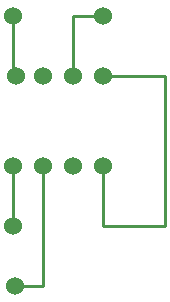
<source format=gbl>
G04 Layer: BottomLayer*
G04 EasyEDA v6.4.4, 2020-08-19T17:38:18+02:00*
G04 Gerber Generator version 0.2*
G04 Scale: 100 percent, Rotated: No, Reflected: No *
G04 Dimensions in inches *
G04 leading zeros omitted , absolute positions ,2 integer and 4 decimal *
%FSLAX24Y24*%
%MOIN*%
G90*
G70D02*

%ADD10C,0.010000*%
%ADD11C,0.060000*%

%LPD*%
G54D10*
G01X9500Y23300D02*
G01X9500Y25300D01*
G01X10500Y25300D01*
G01X7500Y25300D02*
G01X7500Y23400D01*
G01X7600Y23300D01*
G01X8500Y20300D02*
G01X8500Y16300D01*
G01X7550Y16300D01*
G01X7500Y18300D02*
G01X7500Y20300D01*
G01X10500Y23300D02*
G01X12550Y23300D01*
G01X12550Y18300D01*
G01X10500Y18300D01*
G01X10500Y20300D01*
G54D11*
G01X7600Y23300D03*
G01X8500Y23300D03*
G01X9500Y23300D03*
G01X10500Y23300D03*
G01X7500Y20300D03*
G01X8500Y20300D03*
G01X9500Y20300D03*
G01X10500Y20300D03*
G01X7500Y18300D03*
G01X7550Y16300D03*
G01X7500Y25300D03*
G01X10500Y25300D03*
M00*
M02*

</source>
